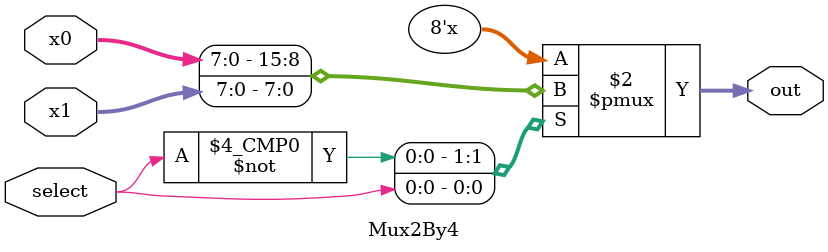
<source format=v>
`timescale 1ns / 1ns


module DataPathComponents();

endmodule
/////////////////////////////////////////////////////////////////////////////////////////

module counter1(Clk, Rst, En, C);
    input Clk, Rst, En;
    output reg [7:0] C;
    
    initial begin
        C <= 0;
    end
    
    always@(posedge Clk, posedge Rst) begin
        if (Rst == 1)
            C <= 0;
        else if (En == 1)
            C <= C + 1;
    end
    
endmodule
//////////////////////////////////////////////////////////////////////////////////////////
    
module timer20(Clk, Rst, En, Tc);
    input Clk, Rst, En;
    output reg Tc;    
    // to create 1 Hz clock from 100-MHz on the board
    reg [30:0] DivVal;
    reg [30:0] DivCnt;
    
    initial begin
        DivVal = 2000000000;
        DivCnt = 0;
    end
    
    always @(posedge Clk, posedge Rst) begin
        if (Rst == 1) begin
            Tc <= 0;
            DivCnt <= 0;
        end
        else if (En == 1 && DivCnt == DivVal) begin
            Tc <= 1;
            DivCnt <= 0;
        end
        else if (En == 1) begin
            DivCnt <= DivCnt + 1;
            Tc <= 0;
        end
    end
    
endmodule
////////////////////////////////////////////////////////////////////////////////////////////

module timer5(Clk, Rst, En, Tc);
    input Clk, Rst, En;
    output reg Tc;    
    // to create 1 Hz clock from 100-MHz on the board
    reg [30:0] DivVal;
    reg [60:0] DivCnt;
    
    initial begin
        DivVal = 500000000;
        DivCnt = 0;
    end
    
    always @(posedge Clk, posedge Rst) begin
        if (Rst == 1) begin
            Tc <= 0;
            DivCnt <= 0;
        end
        else if (En == 1 && DivCnt >= DivVal) begin
            Tc <= 1;
            //DivCnt <= 0;
        end
        else if (En == 1) begin
            DivCnt <= DivCnt + 1;
            Tc <= 0;
        end
    end
    
endmodule

/////////////////////////////////////////////////////////////////////////////////

module ClkDiv_Level(Clk, in, Rst, ClkOut);
    input Clk, Rst;
    input [3:0] in;
    output reg ClkOut;
    // to create 1 Hz clock from 100-MHz on the board
    reg [26:0] DivVal;
    reg [26:0] DivCnt;
    reg ClkInt;
    
    always @(in) begin
        case (in)
            4'b0000 : DivVal = 50000000;
            4'b0001 : DivVal = 50000000;
            4'b0010 : DivVal = 45000000;
            4'b0011 : DivVal = 40000000;
            4'b0100 : DivVal = 35000000;
            4'b0101 : DivVal = 30000000;
            4'b0110 : DivVal = 25000000;
            4'b0111 : DivVal = 20000000;
            4'b1000 : DivVal = 15000000;
            4'b1001 : DivVal = 10000000;
            4'b1010 : DivVal = 5000000;
        endcase
    end
    
    always @(posedge Clk) begin 
        if( Rst == 1) begin
            DivCnt <= 0;
            ClkOut <= 0;
            ClkInt <= 0;
        end
        else begin
          if (DivCnt >= DivVal) begin
                ClkOut <= ~ClkInt;
                ClkInt <= ~ClkInt;
                DivCnt <= 0;
        end
        else begin
            ClkOut <= ClkInt;
            ClkInt <= ClkInt;
            DivCnt <= DivCnt + 1;
        end
    end
end
endmodule

/////////////////////////////////////////////////////////////////////////////

module ClkDiv_Switch(Clk, in, Rst, ClkOut);
    input Clk, Rst;
    input [1:0] in;
    output reg ClkOut;
    // to create 1 Hz clock from 100-MHz on the board
    reg [26:0] DivVal;
    reg [26:0] DivCnt;
    reg ClkInt;
    
    always @(in) begin
        case (in)
            2'b00 : DivVal = 50000000;
            2'b01 : DivVal = 35000000;
            2'b10 : DivVal = 20000000;
            2'b11 : DivVal = 5000000;
        endcase
    end
    
    always @(posedge Clk) begin 
        if( Rst == 1) begin
            DivCnt <= 0;
            ClkOut <= 0;
            ClkInt <= 0;
        end
        else begin
          if (DivCnt >= DivVal) begin
                ClkOut <= ~ClkInt;
                ClkInt <= ~ClkInt;
                DivCnt <= 0;
        end
        else begin
            ClkOut <= ClkInt;
            ClkInt <= ClkInt;
            DivCnt <= DivCnt + 1;
        end
    end
end
endmodule

/////////////////////////////////////////////////////////////////////////////

module lessThan(a,b,c);
    input [3:0] a,b;  // change to [7:0] for 2P
    output reg c;

    always@(a or b) begin
        if (a < b) 
	       c<=1;
        else
	       c<=0;
    end
endmodule

//////////////////////////////////////////////////////////////////////////////

module greaterOrEqual(a, b, c);
    input [7:0] a, b;
    output reg c;
    
    always @(a or b) begin
        if (a > b || a == b)
            c <= 1;
        else 
            c <= 0;
    end
endmodule

/////////////////////////////////////////////////////////////////////////////

module Bit8Reg(clk,clr,ld,value,rvalue);
    input clk, clr, ld;
    input [7:0] value;
    output reg [7:0] rvalue;

always@(posedge clk) begin
	if (clr == 1)
		rvalue <=0;
	else if (ld ==1)
		rvalue <= value;
end		

endmodule

///////////////////////////////////////////////////////////////////////////////

module Bit8CountReg(clk,clr,ld,rvalue);
    input clk, clr, ld;
    output reg [7:0] rvalue;

always@(posedge clk) begin
	if (clr == 1)
		rvalue <=0;
	else if (ld ==1)
		rvalue <= rvalue + 1;
end		

endmodule

///////////////////////////////////////////////////////////////////////////////

module Bit8RegMod(clk,clr,ld,value,rvalue);
    input clk, clr, ld;
    input [7:0] value;
    output reg [7:0] rvalue;

always@(posedge clk) begin
	if (clr == 1)
		rvalue <= 8'b00000001;
	else if (ld ==1)
		rvalue <= value + 1;
end		

endmodule

///////////////////////////////////////////////////////////////////////////////

module Bit4Reg(clk,clr,ld,value,rvalue);
    input clk, clr, ld;
    input [3:0] value;
    output reg [3:0] rvalue;

always@(posedge clk) begin
	if (clr == 1)
		rvalue <=0;
	else if (ld ==1)
		rvalue <= value;
end		

endmodule

//////////////////////////////////////////////////////////////////////////////

module And2(x, y, F);
    input x, y;
    output F;
    reg F;
    
    always @(x,y) begin
        F <= x & y;
    end
endmodule

/////////////////////////////////////////////////////////////////////////////////

module Or2(x, y, F);
    input x, y;
    output F;
    reg F;
    
    always @(x, y) begin
        F <= x | y;
    end
endmodule

/////////////////////////////////////////////////////////////////////////////////////

module Mux2By4(x0, x1, select, out);
    input [7:0] x0;
    input [7:0] x1;
    input select;
    output reg [7:0] out;
    
    always @(x0, x1, select) begin
        case(select)
            1'b0: out = x0;
            1'b1: out = x1;
        endcase
    end
endmodule

/////////////////////////////////////////////////////////////////////////////////////
</source>
